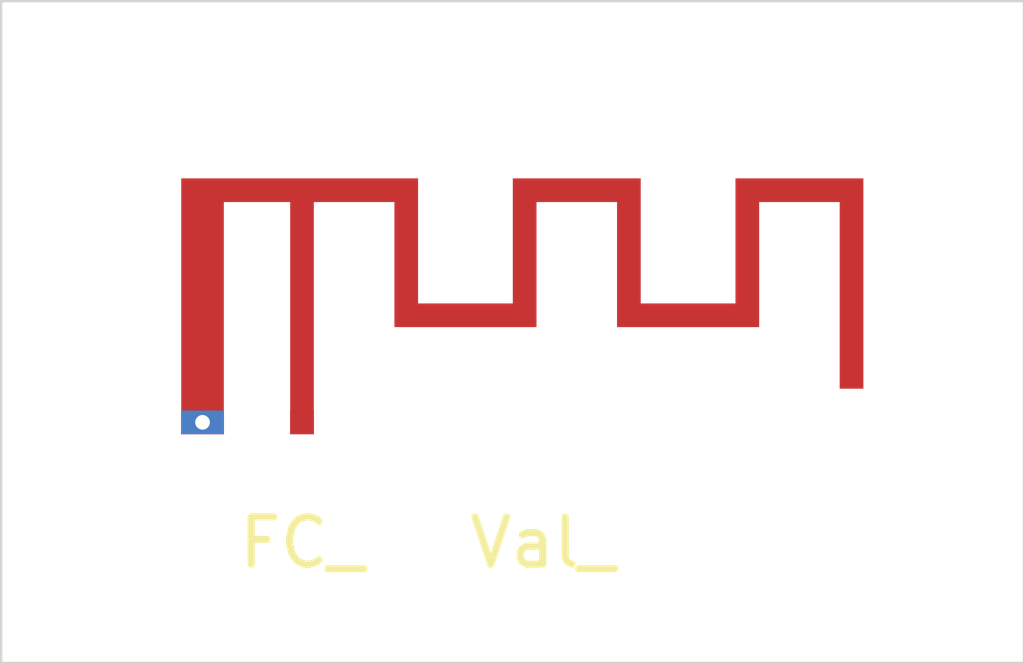
<source format=kicad_pcb>
(kicad_pcb (version 20171130) (host pcbnew "(5.1.10-229-g500a88d9f1)")

  (general
    (thickness 1.6)
    (drawings 4)
    (tracks 0)
    (zones 0)
    (modules 1)
    (nets 1)
  )

  (page A4)
  (layers
    (0 F.Cu signal)
    (31 B.Cu signal)
    (32 B.Adhes user)
    (33 F.Adhes user)
    (34 B.Paste user)
    (35 F.Paste user)
    (36 B.SilkS user)
    (37 F.SilkS user)
    (38 B.Mask user)
    (39 F.Mask user)
    (40 Dwgs.User user)
    (41 Cmts.User user)
    (42 Eco1.User user)
    (43 Eco2.User user)
    (44 Edge.Cuts user)
    (45 Margin user)
    (46 B.CrtYd user)
    (47 F.CrtYd user)
    (48 B.Fab user)
    (49 F.Fab user)
  )

  (setup
    (last_trace_width 0.25)
    (trace_clearance 0.2)
    (zone_clearance 0.508)
    (zone_45_only no)
    (trace_min 0.2)
    (via_size 0.8)
    (via_drill 0.4)
    (via_min_size 0.4)
    (via_min_drill 0.3)
    (uvia_size 0.3)
    (uvia_drill 0.1)
    (uvias_allowed no)
    (uvia_min_size 0.2)
    (uvia_min_drill 0.1)
    (edge_width 0.05)
    (segment_width 0.2)
    (pcb_text_width 0.3)
    (pcb_text_size 1.5 1.5)
    (mod_edge_width 0.12)
    (mod_text_size 1 1)
    (mod_text_width 0.15)
    (pad_size 1.524 1.524)
    (pad_drill 0.762)
    (pad_to_mask_clearance 0)
    (aux_axis_origin 0 0)
    (visible_elements FFFFFF7F)
    (pcbplotparams
      (layerselection 0x010fc_ffffffff)
      (usegerberextensions false)
      (usegerberattributes true)
      (usegerberadvancedattributes true)
      (creategerberjobfile true)
      (excludeedgelayer true)
      (linewidth 0.150000)
      (plotframeref false)
      (viasonmask false)
      (mode 1)
      (useauxorigin false)
      (hpglpennumber 1)
      (hpglpenspeed 20)
      (hpglpendiameter 15.000000)
      (psnegative false)
      (psa4output false)
      (plotreference true)
      (plotvalue true)
      (plotinvisibletext false)
      (padsonsilk false)
      (subtractmaskfromsilk false)
      (outputformat 1)
      (mirror false)
      (drillshape 1)
      (scaleselection 1)
      (outputdirectory ""))
  )

  (net 0 "")

  (net_class Default "This is the default net class."
    (clearance 0.2)
    (trace_width 0.25)
    (via_dia 0.8)
    (via_drill 0.4)
    (uvia_dia 0.3)
    (uvia_drill 0.1)
  )

  (module rf-test-2 (layer F.Cu) (tedit 60F68359) (tstamp 60F68CDB)
    (at 134.62 105.41)
    (descr "_module_ StepUp generated footprint")
    (fp_text reference FC_ (at 0 2.54) (layer F.SilkS)
      (effects (font (size 1 1) (thickness 0.15)))
    )
    (fp_text value Val_ (at 5.08 2.54) (layer F.SilkS)
      (effects (font (size 1 1) (thickness 0.15)))
    )
    (fp_text user %R (at 0 2.54) (layer F.Fab)
      (effects (font (size 1 1) (thickness 0.15)))
    )
    (pad 2 smd custom (at -2.1 0) (size 0.1 0.1) (layers F.Cu F.Mask)
      (zone_connect 0)
      (options (clearance outline) (anchor circle))
      (primitives
        (gr_poly (pts
           (xy 1.85 -4.65) (xy 0.45 -4.65) (xy 0.45 0.25) (xy -0.45 0.25) (xy -0.45 -5.15)
           (xy 4.55 -5.15) (xy 4.55 -2.51) (xy 6.55 -2.51) (xy 6.55 -5.15) (xy 9.25 -5.15)
           (xy 9.25 -2.51) (xy 11.25 -2.51) (xy 11.25 -5.15) (xy 13.95 -5.15) (xy 13.95 -0.71)
           (xy 13.45 -0.71) (xy 13.45 -4.65) (xy 11.75 -4.65) (xy 11.75 -2.01) (xy 8.75 -2.01)
           (xy 8.75 -4.65) (xy 7.05 -4.65) (xy 7.05 -2.01) (xy 4.05 -2.01) (xy 4.05 -4.65)
           (xy 2.35 -4.65) (xy 2.35 0.25) (xy 1.85 0.25)) (width 0))
      ))
    (pad 1 smd rect (at 0 0) (size 0.5 0.5) (layers F.Cu F.Mask))
    (pad 2 thru_hole rect (at -2.1 0) (size 0.9 0.5) (drill 0.31) (layers *.Cu *.Mask))

  )

  (gr_line (start 128.27 110.49) (end 128.27 96.52) (layer Edge.Cuts) (width 0.05) (tstamp 60F68D1A))
  (gr_line (start 149.86 110.49) (end 128.27 110.49) (layer Edge.Cuts) (width 0.05))
  (gr_line (start 149.86 96.52) (end 149.86 110.49) (layer Edge.Cuts) (width 0.05))
  (gr_line (start 128.27 96.52) (end 149.86 96.52) (layer Edge.Cuts) (width 0.05))

)

</source>
